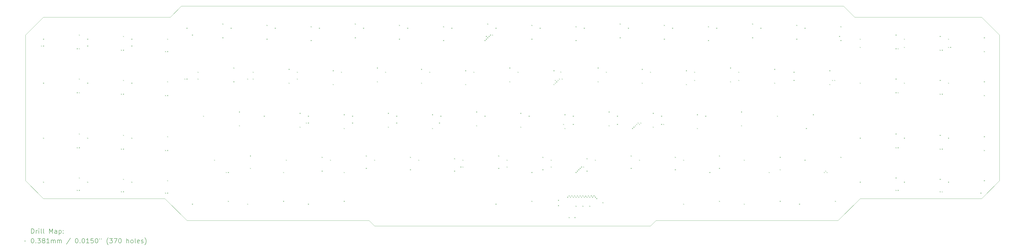
<source format=gbr>
%TF.GenerationSoftware,KiCad,Pcbnew,7.0.9*%
%TF.CreationDate,2024-01-24T13:13:18+00:00*%
%TF.ProjectId,keybird42,6b657962-6972-4643-9432-2e6b69636164,2*%
%TF.SameCoordinates,Original*%
%TF.FileFunction,Drillmap*%
%TF.FilePolarity,Positive*%
%FSLAX45Y45*%
G04 Gerber Fmt 4.5, Leading zero omitted, Abs format (unit mm)*
G04 Created by KiCad (PCBNEW 7.0.9) date 2024-01-24 13:13:18*
%MOMM*%
%LPD*%
G01*
G04 APERTURE LIST*
%ADD10C,0.100000*%
%ADD11C,0.200000*%
G04 APERTURE END LIST*
D10*
X43100661Y-2381252D02*
X37623750Y-2381250D01*
X28813149Y-11430010D02*
X29051274Y-11191884D01*
X43100661Y-10239384D02*
X43874568Y-9465477D01*
X43874568Y-9465477D02*
X43874568Y-3155159D01*
X2619377Y-2381252D02*
X1845470Y-3155159D01*
X37147500Y-1905000D02*
X8572500Y-1905000D01*
X29051274Y-11191884D02*
X36909374Y-11191876D01*
X7858125Y-10239384D02*
X8810626Y-11191884D01*
X8096250Y-2381250D02*
X2619377Y-2381252D01*
X37623750Y-2381250D02*
X37147500Y-1905000D01*
X16906894Y-11430010D02*
X28813149Y-11430010D01*
X37861875Y-10239375D02*
X43100661Y-10239384D01*
X2619377Y-10239384D02*
X7858125Y-10239384D01*
X36909374Y-11191876D02*
X37861875Y-10239375D01*
X43100661Y-2381252D02*
X43874568Y-3155159D01*
X8572500Y-1905000D02*
X8096250Y-2381250D01*
X2619377Y-10239384D02*
X1845470Y-9465477D01*
X1845470Y-3155159D02*
X1845470Y-9465477D01*
X8810626Y-11191884D02*
X16668764Y-11191875D01*
X16668759Y-11191875D02*
X16906894Y-11430010D01*
D11*
D10*
X2511026Y-3612359D02*
X2549126Y-3650459D01*
X2549126Y-3612359D02*
X2511026Y-3650459D01*
X2600327Y-3314703D02*
X2638427Y-3352803D01*
X2638427Y-3314703D02*
X2600327Y-3352803D01*
X2600327Y-3612359D02*
X2638427Y-3650459D01*
X2638427Y-3612359D02*
X2600327Y-3650459D01*
X2600327Y-5219704D02*
X2638427Y-5257804D01*
X2638427Y-5219704D02*
X2600327Y-5257804D01*
X2600327Y-7600956D02*
X2638427Y-7639056D01*
X2638427Y-7600956D02*
X2600327Y-7639056D01*
X2600327Y-9505958D02*
X2638427Y-9544058D01*
X2638427Y-9505958D02*
X2600327Y-9544058D01*
X4058837Y-3731416D02*
X4096937Y-3769516D01*
X4096937Y-3731416D02*
X4058837Y-3769516D01*
X4058837Y-5636423D02*
X4096937Y-5674523D01*
X4096937Y-5636423D02*
X4058837Y-5674523D01*
X4058837Y-8017662D02*
X4096937Y-8055762D01*
X4096937Y-8017662D02*
X4058837Y-8055762D01*
X4058837Y-9863129D02*
X4096937Y-9901229D01*
X4096937Y-9863129D02*
X4058837Y-9901229D01*
X4148141Y-3136109D02*
X4186241Y-3174209D01*
X4186241Y-3136109D02*
X4148141Y-3174209D01*
X4148141Y-3731422D02*
X4186241Y-3769522D01*
X4186241Y-3731422D02*
X4148141Y-3769522D01*
X4148141Y-5041111D02*
X4186241Y-5079211D01*
X4186241Y-5041111D02*
X4148141Y-5079211D01*
X4148141Y-5636423D02*
X4186241Y-5674523D01*
X4186241Y-5636423D02*
X4148141Y-5674523D01*
X4148141Y-7422362D02*
X4186241Y-7460462D01*
X4186241Y-7422362D02*
X4148141Y-7460462D01*
X4148141Y-8017675D02*
X4186241Y-8055775D01*
X4186241Y-8017675D02*
X4148141Y-8055775D01*
X4148141Y-9327364D02*
X4186241Y-9365464D01*
X4186241Y-9327364D02*
X4148141Y-9365464D01*
X4148141Y-9863146D02*
X4186241Y-9901246D01*
X4186241Y-9863146D02*
X4148141Y-9901246D01*
X4505329Y-3314703D02*
X4543429Y-3352803D01*
X4543429Y-3314703D02*
X4505329Y-3352803D01*
X4505329Y-3612359D02*
X4543429Y-3650459D01*
X4543429Y-3612359D02*
X4505329Y-3650459D01*
X4505329Y-5219704D02*
X4543429Y-5257804D01*
X4543429Y-5219704D02*
X4505329Y-5257804D01*
X4505329Y-7600956D02*
X4543429Y-7639056D01*
X4543429Y-7600956D02*
X4505329Y-7639056D01*
X4505329Y-9505958D02*
X4543429Y-9544058D01*
X4543429Y-9505958D02*
X4505329Y-9544058D01*
X5963836Y-3790953D02*
X6001936Y-3829053D01*
X6001936Y-3790953D02*
X5963836Y-3829053D01*
X5963836Y-5695955D02*
X6001936Y-5734055D01*
X6001936Y-5695955D02*
X5963836Y-5734055D01*
X5963836Y-8077193D02*
X6001936Y-8115293D01*
X6001936Y-8077193D02*
X5963836Y-8115293D01*
X5963836Y-9922677D02*
X6001936Y-9960777D01*
X6001936Y-9922677D02*
X5963836Y-9960777D01*
X6053143Y-3195640D02*
X6091243Y-3233740D01*
X6091243Y-3195640D02*
X6053143Y-3233740D01*
X6053143Y-3790953D02*
X6091243Y-3829053D01*
X6091243Y-3790953D02*
X6053143Y-3829053D01*
X6053143Y-5100642D02*
X6091243Y-5138742D01*
X6091243Y-5100642D02*
X6053143Y-5138742D01*
X6053143Y-5695955D02*
X6091243Y-5734055D01*
X6091243Y-5695955D02*
X6053143Y-5734055D01*
X6053143Y-7481894D02*
X6091243Y-7519994D01*
X6091243Y-7481894D02*
X6053143Y-7519994D01*
X6053143Y-8077207D02*
X6091243Y-8115307D01*
X6091243Y-8077207D02*
X6053143Y-8115307D01*
X6053143Y-9386895D02*
X6091243Y-9424995D01*
X6091243Y-9386895D02*
X6053143Y-9424995D01*
X6053143Y-9922677D02*
X6091243Y-9960777D01*
X6091243Y-9922677D02*
X6053143Y-9960777D01*
X6410330Y-3314703D02*
X6448430Y-3352803D01*
X6448430Y-3314703D02*
X6410330Y-3352803D01*
X6410330Y-3612359D02*
X6448430Y-3650459D01*
X6448430Y-3612359D02*
X6410330Y-3650459D01*
X6410330Y-5219704D02*
X6448430Y-5257804D01*
X6448430Y-5219704D02*
X6410330Y-5257804D01*
X6410330Y-7600956D02*
X6448430Y-7639056D01*
X6448430Y-7600956D02*
X6410330Y-7639056D01*
X6410330Y-9505958D02*
X6448430Y-9544058D01*
X6448430Y-9505958D02*
X6410330Y-9544058D01*
X7868834Y-3850484D02*
X7906934Y-3888584D01*
X7906934Y-3850484D02*
X7868834Y-3888584D01*
X7868834Y-5755486D02*
X7906934Y-5793586D01*
X7906934Y-5755486D02*
X7868834Y-5793586D01*
X7868834Y-8136738D02*
X7906934Y-8174838D01*
X7906934Y-8136738D02*
X7868834Y-8174838D01*
X7868834Y-9982192D02*
X7906934Y-10020292D01*
X7906934Y-9982192D02*
X7868834Y-10020292D01*
X7958137Y-5160173D02*
X7996237Y-5198273D01*
X7996237Y-5160173D02*
X7958137Y-5198273D01*
X7958144Y-3314703D02*
X7996244Y-3352803D01*
X7996244Y-3314703D02*
X7958144Y-3352803D01*
X7958144Y-3850484D02*
X7996244Y-3888584D01*
X7996244Y-3850484D02*
X7958144Y-3888584D01*
X7958144Y-5755486D02*
X7996244Y-5793586D01*
X7996244Y-5755486D02*
X7958144Y-5793586D01*
X7958144Y-7541425D02*
X7996244Y-7579525D01*
X7996244Y-7541425D02*
X7958144Y-7579525D01*
X7958144Y-8136738D02*
X7996244Y-8174838D01*
X7996244Y-8136738D02*
X7958144Y-8174838D01*
X7958144Y-9446427D02*
X7996244Y-9484527D01*
X7996244Y-9446427D02*
X7958144Y-9484527D01*
X7958144Y-9982208D02*
X7996244Y-10020308D01*
X7996244Y-9982208D02*
X7958144Y-10020308D01*
X8702271Y-5041102D02*
X8740371Y-5079202D01*
X8740371Y-5041102D02*
X8702271Y-5079202D01*
X8791582Y-2838452D02*
X8829682Y-2876552D01*
X8829682Y-2838452D02*
X8791582Y-2876552D01*
X8791582Y-5041111D02*
X8829682Y-5079211D01*
X8829682Y-5041111D02*
X8791582Y-5079211D01*
X9029708Y-3136109D02*
X9067808Y-3174209D01*
X9067808Y-3136109D02*
X9029708Y-3174209D01*
X9029708Y-10458459D02*
X9067808Y-10496559D01*
X9067808Y-10458459D02*
X9029708Y-10496559D01*
X9267833Y-4743454D02*
X9305933Y-4781554D01*
X9305933Y-4743454D02*
X9267833Y-4781554D01*
X9267833Y-5041111D02*
X9305933Y-5079211D01*
X9305933Y-5041111D02*
X9267833Y-5079211D01*
X9505958Y-6648456D02*
X9544058Y-6686556D01*
X9544058Y-6648456D02*
X9505958Y-6686556D01*
X9982208Y-8553457D02*
X10020308Y-8591557D01*
X10020308Y-8553457D02*
X9982208Y-8591557D01*
X10339396Y-2659859D02*
X10377496Y-2697959D01*
X10377496Y-2659859D02*
X10339396Y-2697959D01*
X10339396Y-3255171D02*
X10377496Y-3293271D01*
X10377496Y-3255171D02*
X10339396Y-3293271D01*
X10488207Y-9089224D02*
X10526307Y-9127324D01*
X10526307Y-9089224D02*
X10488207Y-9127324D01*
X10577521Y-9089239D02*
X10615621Y-9127339D01*
X10615621Y-9089239D02*
X10577521Y-9127339D01*
X10577521Y-10339396D02*
X10615621Y-10377496D01*
X10615621Y-10339396D02*
X10577521Y-10377496D01*
X10696584Y-2838452D02*
X10734684Y-2876552D01*
X10734684Y-2838452D02*
X10696584Y-2876552D01*
X10815647Y-4564860D02*
X10853747Y-4602960D01*
X10853747Y-4564860D02*
X10815647Y-4602960D01*
X10815647Y-5160173D02*
X10853747Y-5198273D01*
X10853747Y-5160173D02*
X10815647Y-5198273D01*
X11053772Y-6469862D02*
X11091872Y-6507962D01*
X11091872Y-6469862D02*
X11053772Y-6507962D01*
X11053772Y-7065175D02*
X11091872Y-7103275D01*
X11091872Y-7065175D02*
X11053772Y-7103275D01*
X11410960Y-5041111D02*
X11449060Y-5079211D01*
X11449060Y-5041111D02*
X11410960Y-5079211D01*
X11410960Y-10458459D02*
X11449060Y-10496559D01*
X11449060Y-10458459D02*
X11410960Y-10496559D01*
X11530022Y-8374863D02*
X11568122Y-8412963D01*
X11568122Y-8374863D02*
X11530022Y-8412963D01*
X11530022Y-8910645D02*
X11568122Y-8948745D01*
X11568122Y-8910645D02*
X11530022Y-8948745D01*
X11649085Y-4743454D02*
X11687185Y-4781554D01*
X11687185Y-4743454D02*
X11649085Y-4781554D01*
X11649085Y-5041111D02*
X11687185Y-5079211D01*
X11687185Y-5041111D02*
X11649085Y-5079211D01*
X12125335Y-6648456D02*
X12163435Y-6686556D01*
X12163435Y-6648456D02*
X12125335Y-6686556D01*
X12244398Y-2719390D02*
X12282498Y-2757490D01*
X12282498Y-2719390D02*
X12244398Y-2757490D01*
X12244398Y-3314703D02*
X12282498Y-3352803D01*
X12282498Y-3314703D02*
X12244398Y-3352803D01*
X12601586Y-2838452D02*
X12639686Y-2876552D01*
X12639686Y-2838452D02*
X12601586Y-2876552D01*
X12958773Y-9089239D02*
X12996873Y-9127339D01*
X12996873Y-9089239D02*
X12958773Y-9127339D01*
X12958773Y-10339396D02*
X12996873Y-10377496D01*
X12996873Y-10339396D02*
X12958773Y-10377496D01*
X13077836Y-8553457D02*
X13115936Y-8591557D01*
X13115936Y-8553457D02*
X13077836Y-8591557D01*
X13196899Y-4624391D02*
X13234999Y-4662491D01*
X13234999Y-4624391D02*
X13196899Y-4662491D01*
X13196899Y-5219704D02*
X13234999Y-5257804D01*
X13234999Y-5219704D02*
X13196899Y-5257804D01*
X13554086Y-4743454D02*
X13592186Y-4781554D01*
X13592186Y-4743454D02*
X13554086Y-4781554D01*
X13554086Y-5041111D02*
X13592186Y-5079211D01*
X13592186Y-5041111D02*
X13554086Y-5079211D01*
X13673149Y-6529393D02*
X13711249Y-6567493D01*
X13711249Y-6529393D02*
X13673149Y-6567493D01*
X13673149Y-7124706D02*
X13711249Y-7162806D01*
X13711249Y-7124706D02*
X13673149Y-7162806D01*
X13941016Y-6946100D02*
X13979116Y-6984200D01*
X13979116Y-6946100D02*
X13941016Y-6984200D01*
X14030337Y-6648456D02*
X14068437Y-6686556D01*
X14068437Y-6648456D02*
X14030337Y-6686556D01*
X14030337Y-6946112D02*
X14068437Y-6984212D01*
X14068437Y-6946112D02*
X14030337Y-6984212D01*
X14030337Y-10458459D02*
X14068437Y-10496559D01*
X14068437Y-10458459D02*
X14030337Y-10496559D01*
X14149399Y-2778921D02*
X14187499Y-2817021D01*
X14187499Y-2778921D02*
X14149399Y-2817021D01*
X14149399Y-3374234D02*
X14187499Y-3412334D01*
X14187499Y-3374234D02*
X14149399Y-3412334D01*
X14506587Y-2838452D02*
X14544687Y-2876552D01*
X14544687Y-2838452D02*
X14506587Y-2876552D01*
X14625650Y-8434395D02*
X14663750Y-8472495D01*
X14663750Y-8434395D02*
X14625650Y-8472495D01*
X14625650Y-9029708D02*
X14663750Y-9067808D01*
X14663750Y-9029708D02*
X14625650Y-9067808D01*
X14982838Y-8553457D02*
X15020938Y-8591557D01*
X15020938Y-8553457D02*
X14982838Y-8591557D01*
X15101900Y-4683923D02*
X15140000Y-4722023D01*
X15140000Y-4683923D02*
X15101900Y-4722023D01*
X15101900Y-5279236D02*
X15140000Y-5317336D01*
X15140000Y-5279236D02*
X15101900Y-5317336D01*
X15459088Y-4743454D02*
X15497188Y-4781554D01*
X15497188Y-4743454D02*
X15459088Y-4781554D01*
X15578151Y-6588924D02*
X15616251Y-6627024D01*
X15616251Y-6588924D02*
X15578151Y-6627024D01*
X15578151Y-7184237D02*
X15616251Y-7222337D01*
X15616251Y-7184237D02*
X15578151Y-7222337D01*
X15578151Y-9089239D02*
X15616251Y-9127339D01*
X15616251Y-9089239D02*
X15578151Y-9127339D01*
X15578151Y-10339396D02*
X15616251Y-10377496D01*
X15616251Y-10339396D02*
X15578151Y-10377496D01*
X15935338Y-6648456D02*
X15973438Y-6686556D01*
X15973438Y-6648456D02*
X15935338Y-6686556D01*
X15935338Y-6946112D02*
X15973438Y-6984212D01*
X15973438Y-6946112D02*
X15935338Y-6984212D01*
X16054401Y-2659859D02*
X16092501Y-2697959D01*
X16092501Y-2659859D02*
X16054401Y-2697959D01*
X16054401Y-3255171D02*
X16092501Y-3293271D01*
X16092501Y-3255171D02*
X16054401Y-3293271D01*
X16411589Y-2838452D02*
X16449689Y-2876552D01*
X16449689Y-2838452D02*
X16411589Y-2876552D01*
X16530651Y-8374863D02*
X16568751Y-8412963D01*
X16568751Y-8374863D02*
X16530651Y-8412963D01*
X16530651Y-8910645D02*
X16568751Y-8948745D01*
X16568751Y-8910645D02*
X16530651Y-8948745D01*
X16887839Y-8553457D02*
X16925939Y-8591557D01*
X16925939Y-8553457D02*
X16887839Y-8591557D01*
X17006902Y-4564860D02*
X17045002Y-4602960D01*
X17045002Y-4564860D02*
X17006902Y-4602960D01*
X17006902Y-5160173D02*
X17045002Y-5198273D01*
X17045002Y-5160173D02*
X17006902Y-5198273D01*
X17364090Y-4743454D02*
X17402190Y-4781554D01*
X17402190Y-4743454D02*
X17364090Y-4781554D01*
X17483152Y-6529393D02*
X17521252Y-6567493D01*
X17521252Y-6529393D02*
X17483152Y-6567493D01*
X17483152Y-7124706D02*
X17521252Y-7162806D01*
X17521252Y-7124706D02*
X17483152Y-7162806D01*
X17840340Y-6648456D02*
X17878440Y-6686556D01*
X17878440Y-6648456D02*
X17840340Y-6686556D01*
X17840340Y-6946112D02*
X17878440Y-6984212D01*
X17878440Y-6946112D02*
X17840340Y-6984212D01*
X17959403Y-2719390D02*
X17997503Y-2757490D01*
X17997503Y-2719390D02*
X17959403Y-2757490D01*
X17959403Y-3314703D02*
X17997503Y-3352803D01*
X17997503Y-3314703D02*
X17959403Y-3352803D01*
X18316590Y-2838452D02*
X18354690Y-2876552D01*
X18354690Y-2838452D02*
X18316590Y-2876552D01*
X18435653Y-8434395D02*
X18473753Y-8472495D01*
X18473753Y-8434395D02*
X18435653Y-8472495D01*
X18435653Y-8970176D02*
X18473753Y-9008276D01*
X18473753Y-8970176D02*
X18435653Y-9008276D01*
X18792841Y-8553457D02*
X18830941Y-8591557D01*
X18830941Y-8553457D02*
X18792841Y-8591557D01*
X18911903Y-4624391D02*
X18950003Y-4662491D01*
X18950003Y-4624391D02*
X18911903Y-4662491D01*
X18911903Y-5219704D02*
X18950003Y-5257804D01*
X18950003Y-5219704D02*
X18911903Y-5257804D01*
X19269091Y-4743454D02*
X19307191Y-4781554D01*
X19307191Y-4743454D02*
X19269091Y-4781554D01*
X19388154Y-6588924D02*
X19426254Y-6627024D01*
X19426254Y-6588924D02*
X19388154Y-6627024D01*
X19388154Y-7184237D02*
X19426254Y-7222337D01*
X19426254Y-7184237D02*
X19388154Y-7222337D01*
X19685810Y-6946112D02*
X19723910Y-6984212D01*
X19723910Y-6946112D02*
X19685810Y-6984212D01*
X19745342Y-6648456D02*
X19783442Y-6686556D01*
X19783442Y-6648456D02*
X19745342Y-6686556D01*
X19864404Y-2778921D02*
X19902504Y-2817021D01*
X19902504Y-2778921D02*
X19864404Y-2817021D01*
X19864404Y-3374234D02*
X19902504Y-3412334D01*
X19902504Y-3374234D02*
X19864404Y-3412334D01*
X20221592Y-2838452D02*
X20259692Y-2876552D01*
X20259692Y-2838452D02*
X20221592Y-2876552D01*
X20340655Y-8493926D02*
X20378755Y-8532026D01*
X20378755Y-8493926D02*
X20340655Y-8532026D01*
X20340655Y-9029708D02*
X20378755Y-9067808D01*
X20378755Y-9029708D02*
X20340655Y-9067808D01*
X20608511Y-8851099D02*
X20646611Y-8889199D01*
X20646611Y-8851099D02*
X20608511Y-8889199D01*
X20697842Y-8553457D02*
X20735942Y-8591557D01*
X20735942Y-8553457D02*
X20697842Y-8591557D01*
X20697842Y-8851114D02*
X20735942Y-8889214D01*
X20735942Y-8851114D02*
X20697842Y-8889214D01*
X20816905Y-4683923D02*
X20855005Y-4722023D01*
X20855005Y-4683923D02*
X20816905Y-4722023D01*
X20816905Y-5279236D02*
X20855005Y-5317336D01*
X20855005Y-5279236D02*
X20816905Y-5317336D01*
X21174093Y-4743454D02*
X21212193Y-4781554D01*
X21212193Y-4743454D02*
X21174093Y-4781554D01*
X21293155Y-6469862D02*
X21331255Y-6507962D01*
X21331255Y-6469862D02*
X21293155Y-6507962D01*
X21293155Y-7065175D02*
X21331255Y-7103275D01*
X21331255Y-7065175D02*
X21293155Y-7103275D01*
X21650343Y-3374234D02*
X21688443Y-3412334D01*
X21688443Y-3374234D02*
X21650343Y-3412334D01*
X21650343Y-6648456D02*
X21688443Y-6686556D01*
X21688443Y-6648456D02*
X21650343Y-6686556D01*
X21709838Y-3195635D02*
X21747938Y-3233735D01*
X21747938Y-3195635D02*
X21709838Y-3233735D01*
X21709875Y-3314703D02*
X21747975Y-3352803D01*
X21747975Y-3314703D02*
X21709875Y-3352803D01*
X21769406Y-2659859D02*
X21807506Y-2697959D01*
X21807506Y-2659859D02*
X21769406Y-2697959D01*
X21769406Y-3255171D02*
X21807506Y-3293271D01*
X21807506Y-3255171D02*
X21769406Y-3293271D01*
X21828937Y-3195640D02*
X21867037Y-3233740D01*
X21867037Y-3195640D02*
X21828937Y-3233740D01*
X21888468Y-3136109D02*
X21926568Y-3174209D01*
X21926568Y-3136109D02*
X21888468Y-3174209D01*
X21977728Y-3136104D02*
X22015828Y-3174204D01*
X22015828Y-3136104D02*
X21977728Y-3174204D01*
X22126594Y-2838452D02*
X22164694Y-2876552D01*
X22164694Y-2838452D02*
X22126594Y-2876552D01*
X22126594Y-10458459D02*
X22164694Y-10496559D01*
X22164694Y-10458459D02*
X22126594Y-10496559D01*
X22245656Y-8374863D02*
X22283756Y-8412963D01*
X22283756Y-8374863D02*
X22245656Y-8412963D01*
X22245656Y-8910645D02*
X22283756Y-8948745D01*
X22283756Y-8910645D02*
X22245656Y-8948745D01*
X22602844Y-8553457D02*
X22640944Y-8591557D01*
X22640944Y-8553457D02*
X22602844Y-8591557D01*
X22602844Y-8851114D02*
X22640944Y-8889214D01*
X22640944Y-8851114D02*
X22602844Y-8889214D01*
X22721907Y-4564860D02*
X22760007Y-4602960D01*
X22760007Y-4564860D02*
X22721907Y-4602960D01*
X22721907Y-5160173D02*
X22760007Y-5198273D01*
X22760007Y-5160173D02*
X22721907Y-5198273D01*
X23079094Y-4743454D02*
X23117194Y-4781554D01*
X23117194Y-4743454D02*
X23079094Y-4781554D01*
X23198157Y-6529393D02*
X23236257Y-6567493D01*
X23236257Y-6529393D02*
X23198157Y-6567493D01*
X23198157Y-7124706D02*
X23236257Y-7162806D01*
X23236257Y-7124706D02*
X23198157Y-7162806D01*
X23555345Y-6648456D02*
X23593445Y-6686556D01*
X23593445Y-6648456D02*
X23555345Y-6686556D01*
X23674407Y-2719390D02*
X23712507Y-2757490D01*
X23712507Y-2719390D02*
X23674407Y-2757490D01*
X23674407Y-3314703D02*
X23712507Y-3352803D01*
X23712507Y-3314703D02*
X23674407Y-3352803D01*
X23674407Y-9089239D02*
X23712507Y-9127339D01*
X23712507Y-9089239D02*
X23674407Y-9127339D01*
X23674407Y-10339396D02*
X23712507Y-10377496D01*
X23712507Y-10339396D02*
X23674407Y-10377496D01*
X24031595Y-2838452D02*
X24069695Y-2876552D01*
X24069695Y-2838452D02*
X24031595Y-2876552D01*
X24150658Y-8434395D02*
X24188758Y-8472495D01*
X24188758Y-8434395D02*
X24150658Y-8472495D01*
X24150658Y-8970176D02*
X24188758Y-9008276D01*
X24188758Y-8970176D02*
X24150658Y-9008276D01*
X24507846Y-8553457D02*
X24545946Y-8591557D01*
X24545946Y-8553457D02*
X24507846Y-8591557D01*
X24507846Y-8851114D02*
X24545946Y-8889214D01*
X24545946Y-8851114D02*
X24507846Y-8889214D01*
X24626908Y-4683923D02*
X24665008Y-4722023D01*
X24665008Y-4683923D02*
X24626908Y-4722023D01*
X24626908Y-5279236D02*
X24665008Y-5317336D01*
X24665008Y-5279236D02*
X24626908Y-5317336D01*
X24686439Y-5100642D02*
X24724539Y-5138742D01*
X24724539Y-5100642D02*
X24686439Y-5138742D01*
X24686439Y-5219704D02*
X24724539Y-5257804D01*
X24724539Y-5219704D02*
X24686439Y-5257804D01*
X24745971Y-5162604D02*
X24784071Y-5200704D01*
X24784071Y-5162604D02*
X24745971Y-5200704D01*
X24805502Y-5100642D02*
X24843602Y-5138742D01*
X24843602Y-5100642D02*
X24805502Y-5138742D01*
X24822150Y-10293350D02*
X24860250Y-10331450D01*
X24860250Y-10293350D02*
X24822150Y-10331450D01*
X24822150Y-10521950D02*
X24860250Y-10560050D01*
X24860250Y-10521950D02*
X24822150Y-10560050D01*
X24865033Y-5041111D02*
X24903133Y-5079211D01*
X24903133Y-5041111D02*
X24865033Y-5079211D01*
X24924565Y-4736452D02*
X24962665Y-4774552D01*
X24962665Y-4736452D02*
X24924565Y-4774552D01*
X24984096Y-5041111D02*
X25022196Y-5079211D01*
X25022196Y-5041111D02*
X24984096Y-5079211D01*
X25043585Y-7005632D02*
X25081685Y-7043732D01*
X25081685Y-7005632D02*
X25043585Y-7043732D01*
X25103159Y-6588924D02*
X25141259Y-6627024D01*
X25141259Y-6588924D02*
X25103159Y-6627024D01*
X25103159Y-7184237D02*
X25141259Y-7222337D01*
X25141259Y-7184237D02*
X25103159Y-7222337D01*
X25222179Y-10160785D02*
X25260279Y-10198885D01*
X25260279Y-10160785D02*
X25222179Y-10198885D01*
X25281710Y-11038887D02*
X25319810Y-11076987D01*
X25319810Y-11038887D02*
X25281710Y-11076987D01*
X25281752Y-10101271D02*
X25319852Y-10139371D01*
X25319852Y-10101271D02*
X25281752Y-10139371D01*
X25341284Y-10160802D02*
X25379384Y-10198902D01*
X25379384Y-10160802D02*
X25341284Y-10198902D01*
X25400815Y-10101271D02*
X25438915Y-10139371D01*
X25438915Y-10101271D02*
X25400815Y-10139371D01*
X25460304Y-7005632D02*
X25498404Y-7043732D01*
X25498404Y-7005632D02*
X25460304Y-7043732D01*
X25460346Y-6648456D02*
X25498446Y-6686556D01*
X25498446Y-6648456D02*
X25460346Y-6686556D01*
X25460346Y-10160802D02*
X25498446Y-10198902D01*
X25498446Y-10160802D02*
X25460346Y-10198902D01*
X25519878Y-10101271D02*
X25557978Y-10139371D01*
X25557978Y-10101271D02*
X25519878Y-10139371D01*
X25534718Y-11038887D02*
X25572818Y-11076987D01*
X25572818Y-11038887D02*
X25534718Y-11076987D01*
X25579366Y-10547738D02*
X25617466Y-10585838D01*
X25617466Y-10547738D02*
X25579366Y-10585838D01*
X25579409Y-2778921D02*
X25617509Y-2817021D01*
X25617509Y-2778921D02*
X25579409Y-2817021D01*
X25579409Y-3374234D02*
X25617509Y-3412334D01*
X25617509Y-3374234D02*
X25579409Y-3412334D01*
X25579409Y-9089239D02*
X25617509Y-9127339D01*
X25617509Y-9089239D02*
X25579409Y-9127339D01*
X25579409Y-10160802D02*
X25617509Y-10198902D01*
X25617509Y-10160802D02*
X25579409Y-10198902D01*
X25638940Y-9029708D02*
X25677040Y-9067808D01*
X25677040Y-9029708D02*
X25638940Y-9067808D01*
X25638940Y-10101271D02*
X25677040Y-10139371D01*
X25677040Y-10101271D02*
X25638940Y-10139371D01*
X25698471Y-8970176D02*
X25736571Y-9008276D01*
X25736571Y-8970176D02*
X25698471Y-9008276D01*
X25698472Y-10160802D02*
X25736572Y-10198902D01*
X25736572Y-10160802D02*
X25698472Y-10198902D01*
X25758003Y-8910645D02*
X25796103Y-8948745D01*
X25796103Y-8910645D02*
X25758003Y-8948745D01*
X25758003Y-10101271D02*
X25796103Y-10139371D01*
X25796103Y-10101271D02*
X25758003Y-10139371D01*
X25817534Y-8851114D02*
X25855634Y-8889214D01*
X25855634Y-8851114D02*
X25817534Y-8889214D01*
X25817534Y-10160802D02*
X25855634Y-10198902D01*
X25855634Y-10160802D02*
X25817534Y-10198902D01*
X25877022Y-10547738D02*
X25915122Y-10585838D01*
X25915122Y-10547738D02*
X25877022Y-10585838D01*
X25877065Y-10101271D02*
X25915165Y-10139371D01*
X25915165Y-10101271D02*
X25877065Y-10139371D01*
X25906831Y-8851099D02*
X25944931Y-8889199D01*
X25944931Y-8851099D02*
X25906831Y-8889199D01*
X25936400Y-10160964D02*
X25974500Y-10199064D01*
X25974500Y-10160964D02*
X25936400Y-10199064D01*
X25936597Y-2838452D02*
X25974697Y-2876552D01*
X25974697Y-2838452D02*
X25936597Y-2876552D01*
X25995147Y-10112511D02*
X26033247Y-10150611D01*
X26033247Y-10112511D02*
X25995147Y-10150611D01*
X26055659Y-8493926D02*
X26093759Y-8532026D01*
X26093759Y-8493926D02*
X26055659Y-8532026D01*
X26055659Y-9029708D02*
X26093759Y-9067808D01*
X26093759Y-9029708D02*
X26055659Y-9067808D01*
X26055659Y-10160802D02*
X26093759Y-10198902D01*
X26093759Y-10160802D02*
X26055659Y-10198902D01*
X26115191Y-10101271D02*
X26153291Y-10139371D01*
X26153291Y-10101271D02*
X26115191Y-10139371D01*
X26174678Y-10547738D02*
X26212778Y-10585838D01*
X26212778Y-10547738D02*
X26174678Y-10585838D01*
X26174722Y-10160802D02*
X26212822Y-10198902D01*
X26212822Y-10160802D02*
X26174722Y-10198902D01*
X26234253Y-10101271D02*
X26272353Y-10139371D01*
X26272353Y-10101271D02*
X26234253Y-10139371D01*
X26293785Y-10160802D02*
X26331885Y-10198902D01*
X26331885Y-10160802D02*
X26293785Y-10198902D01*
X26353316Y-10101271D02*
X26391416Y-10139371D01*
X26391416Y-10101271D02*
X26353316Y-10139371D01*
X26412847Y-8553457D02*
X26450947Y-8591557D01*
X26450947Y-8553457D02*
X26412847Y-8591557D01*
X26412847Y-10160802D02*
X26450947Y-10198902D01*
X26450947Y-10160802D02*
X26412847Y-10198902D01*
X26472378Y-10220334D02*
X26510478Y-10258434D01*
X26510478Y-10220334D02*
X26472378Y-10258434D01*
X26531910Y-4564860D02*
X26570010Y-4602960D01*
X26570010Y-4564860D02*
X26531910Y-4602960D01*
X26531910Y-5160173D02*
X26570010Y-5198273D01*
X26570010Y-5160173D02*
X26531910Y-5198273D01*
X26740224Y-10398927D02*
X26778324Y-10437027D01*
X26778324Y-10398927D02*
X26740224Y-10437027D01*
X26889098Y-4743454D02*
X26927198Y-4781554D01*
X26927198Y-4743454D02*
X26889098Y-4781554D01*
X27008160Y-6469862D02*
X27046260Y-6507962D01*
X27046260Y-6469862D02*
X27008160Y-6507962D01*
X27008160Y-7065175D02*
X27046260Y-7103275D01*
X27046260Y-7065175D02*
X27008160Y-7103275D01*
X27365348Y-6648456D02*
X27403448Y-6686556D01*
X27403448Y-6648456D02*
X27365348Y-6686556D01*
X27365348Y-7005643D02*
X27403448Y-7043743D01*
X27403448Y-7005643D02*
X27365348Y-7043743D01*
X27484411Y-2659859D02*
X27522511Y-2697959D01*
X27522511Y-2659859D02*
X27484411Y-2697959D01*
X27484411Y-3255171D02*
X27522511Y-3293271D01*
X27522511Y-3255171D02*
X27484411Y-3293271D01*
X27841598Y-2838452D02*
X27879698Y-2876552D01*
X27879698Y-2838452D02*
X27841598Y-2876552D01*
X27960661Y-8374863D02*
X27998761Y-8412963D01*
X27998761Y-8374863D02*
X27960661Y-8412963D01*
X27960661Y-8910645D02*
X27998761Y-8948745D01*
X27998761Y-8910645D02*
X27960661Y-8948745D01*
X28020192Y-7184237D02*
X28058292Y-7222337D01*
X28058292Y-7184237D02*
X28020192Y-7222337D01*
X28079724Y-7124706D02*
X28117824Y-7162806D01*
X28117824Y-7124706D02*
X28079724Y-7162806D01*
X28139255Y-7065175D02*
X28177355Y-7103275D01*
X28177355Y-7065175D02*
X28139255Y-7103275D01*
X28198786Y-7005643D02*
X28236886Y-7043743D01*
X28236886Y-7005643D02*
X28198786Y-7043743D01*
X28258317Y-6946112D02*
X28296417Y-6984212D01*
X28296417Y-6946112D02*
X28258317Y-6984212D01*
X28317849Y-7005643D02*
X28355949Y-7043743D01*
X28355949Y-7005643D02*
X28317849Y-7043743D01*
X28317849Y-8553457D02*
X28355949Y-8591557D01*
X28355949Y-8553457D02*
X28317849Y-8591557D01*
X28377380Y-6946112D02*
X28415480Y-6984212D01*
X28415480Y-6946112D02*
X28377380Y-6984212D01*
X28436911Y-4624391D02*
X28475011Y-4662491D01*
X28475011Y-4624391D02*
X28436911Y-4662491D01*
X28436911Y-5219704D02*
X28475011Y-5257804D01*
X28475011Y-5219704D02*
X28436911Y-5257804D01*
X28794099Y-4743454D02*
X28832199Y-4781554D01*
X28832199Y-4743454D02*
X28794099Y-4781554D01*
X28913162Y-6529393D02*
X28951262Y-6567493D01*
X28951262Y-6529393D02*
X28913162Y-6567493D01*
X28913162Y-7124706D02*
X28951262Y-7162806D01*
X28951262Y-7124706D02*
X28913162Y-7162806D01*
X29270350Y-6648456D02*
X29308450Y-6686556D01*
X29308450Y-6648456D02*
X29270350Y-6686556D01*
X29270350Y-7005643D02*
X29308450Y-7043743D01*
X29308450Y-7005643D02*
X29270350Y-7043743D01*
X29359597Y-7005632D02*
X29397697Y-7043732D01*
X29397697Y-7005632D02*
X29359597Y-7043732D01*
X29389412Y-2719390D02*
X29427512Y-2757490D01*
X29427512Y-2719390D02*
X29389412Y-2757490D01*
X29389412Y-3314703D02*
X29427512Y-3352803D01*
X29427512Y-3314703D02*
X29389412Y-3352803D01*
X29746600Y-2838452D02*
X29784700Y-2876552D01*
X29784700Y-2838452D02*
X29746600Y-2876552D01*
X29865663Y-8434395D02*
X29903763Y-8472495D01*
X29903763Y-8434395D02*
X29865663Y-8472495D01*
X29865663Y-8970176D02*
X29903763Y-9008276D01*
X29903763Y-8970176D02*
X29865663Y-9008276D01*
X30222850Y-8553457D02*
X30260950Y-8591557D01*
X30260950Y-8553457D02*
X30222850Y-8591557D01*
X30222850Y-10458459D02*
X30260950Y-10496559D01*
X30260950Y-10458459D02*
X30222850Y-10496559D01*
X30341913Y-4683923D02*
X30380013Y-4722023D01*
X30380013Y-4683923D02*
X30341913Y-4722023D01*
X30341913Y-5279236D02*
X30380013Y-5317336D01*
X30380013Y-5279236D02*
X30341913Y-5317336D01*
X30699101Y-4743454D02*
X30737201Y-4781554D01*
X30737201Y-4743454D02*
X30699101Y-4781554D01*
X30699101Y-5100642D02*
X30737201Y-5138742D01*
X30737201Y-5100642D02*
X30699101Y-5138742D01*
X30818163Y-6588924D02*
X30856263Y-6627024D01*
X30856263Y-6588924D02*
X30818163Y-6627024D01*
X30818163Y-7184237D02*
X30856263Y-7222337D01*
X30856263Y-7184237D02*
X30818163Y-7222337D01*
X31175351Y-6648456D02*
X31213451Y-6686556D01*
X31213451Y-6648456D02*
X31175351Y-6686556D01*
X31294414Y-2778921D02*
X31332514Y-2817021D01*
X31332514Y-2778921D02*
X31294414Y-2817021D01*
X31294414Y-3374234D02*
X31332514Y-3412334D01*
X31332514Y-3374234D02*
X31294414Y-3412334D01*
X31353945Y-9089239D02*
X31392045Y-9127339D01*
X31392045Y-9089239D02*
X31353945Y-9127339D01*
X31651602Y-2838452D02*
X31689702Y-2876552D01*
X31689702Y-2838452D02*
X31651602Y-2876552D01*
X31770664Y-8374863D02*
X31808764Y-8412963D01*
X31808764Y-8374863D02*
X31770664Y-8412963D01*
X31770664Y-8910645D02*
X31808764Y-8948745D01*
X31808764Y-8910645D02*
X31770664Y-8948745D01*
X31770664Y-10339396D02*
X31808764Y-10377496D01*
X31808764Y-10339396D02*
X31770664Y-10377496D01*
X32246915Y-4564860D02*
X32285015Y-4602960D01*
X32285015Y-4564860D02*
X32246915Y-4602960D01*
X32246915Y-5160173D02*
X32285015Y-5198273D01*
X32285015Y-5160173D02*
X32246915Y-5198273D01*
X32604102Y-4743454D02*
X32642202Y-4781554D01*
X32642202Y-4743454D02*
X32604102Y-4781554D01*
X32604102Y-5100642D02*
X32642202Y-5138742D01*
X32642202Y-5100642D02*
X32604102Y-5138742D01*
X32723165Y-6469862D02*
X32761265Y-6507962D01*
X32761265Y-6469862D02*
X32723165Y-6507962D01*
X32723165Y-7065175D02*
X32761265Y-7103275D01*
X32761265Y-7065175D02*
X32723165Y-7103275D01*
X32842228Y-8553457D02*
X32880328Y-8591557D01*
X32880328Y-8553457D02*
X32842228Y-8591557D01*
X32842228Y-10458459D02*
X32880328Y-10496559D01*
X32880328Y-10458459D02*
X32842228Y-10496559D01*
X33199415Y-2659859D02*
X33237515Y-2697959D01*
X33237515Y-2659859D02*
X33199415Y-2697959D01*
X33199415Y-3255171D02*
X33237515Y-3293271D01*
X33237515Y-3255171D02*
X33199415Y-3293271D01*
X33556603Y-2838452D02*
X33594703Y-2876552D01*
X33594703Y-2838452D02*
X33556603Y-2876552D01*
X33913791Y-9089239D02*
X33951891Y-9127339D01*
X33951891Y-9089239D02*
X33913791Y-9127339D01*
X34151916Y-4624391D02*
X34190016Y-4662491D01*
X34190016Y-4624391D02*
X34151916Y-4662491D01*
X34151916Y-5219704D02*
X34190016Y-5257804D01*
X34190016Y-5219704D02*
X34151916Y-5257804D01*
X34270979Y-6648456D02*
X34309079Y-6686556D01*
X34309079Y-6648456D02*
X34270979Y-6686556D01*
X34390041Y-8434395D02*
X34428141Y-8472495D01*
X34428141Y-8434395D02*
X34390041Y-8472495D01*
X34390041Y-8970176D02*
X34428141Y-9008276D01*
X34428141Y-8970176D02*
X34390041Y-9008276D01*
X34390041Y-10339396D02*
X34428141Y-10377496D01*
X34428141Y-10339396D02*
X34390041Y-10377496D01*
X34985354Y-4743454D02*
X35023454Y-4781554D01*
X35023454Y-4743454D02*
X34985354Y-4781554D01*
X34985354Y-5100642D02*
X35023454Y-5138742D01*
X35023454Y-5100642D02*
X34985354Y-5138742D01*
X35104417Y-2719390D02*
X35142517Y-2757490D01*
X35142517Y-2719390D02*
X35104417Y-2757490D01*
X35104417Y-3314703D02*
X35142517Y-3352803D01*
X35142517Y-3314703D02*
X35104417Y-3352803D01*
X35223480Y-10458459D02*
X35261580Y-10496559D01*
X35261580Y-10458459D02*
X35223480Y-10496559D01*
X35461605Y-2838452D02*
X35499705Y-2876552D01*
X35499705Y-2838452D02*
X35461605Y-2876552D01*
X35461605Y-8553457D02*
X35499705Y-8591557D01*
X35499705Y-8553457D02*
X35461605Y-8591557D01*
X35521136Y-7184237D02*
X35559236Y-7222337D01*
X35559236Y-7184237D02*
X35521136Y-7222337D01*
X35818793Y-6588924D02*
X35856893Y-6627024D01*
X35856893Y-6588924D02*
X35818793Y-6627024D01*
X36295043Y-9089239D02*
X36333143Y-9127339D01*
X36333143Y-9089239D02*
X36295043Y-9127339D01*
X36354574Y-9029708D02*
X36392674Y-9067808D01*
X36392674Y-9029708D02*
X36354574Y-9067808D01*
X36414106Y-9089239D02*
X36452206Y-9127339D01*
X36452206Y-9089239D02*
X36414106Y-9127339D01*
X36533168Y-4683923D02*
X36571268Y-4722023D01*
X36571268Y-4683923D02*
X36533168Y-4722023D01*
X36533168Y-5279236D02*
X36571268Y-5317336D01*
X36571268Y-5279236D02*
X36533168Y-5317336D01*
X36652231Y-5100642D02*
X36690331Y-5138742D01*
X36690331Y-5100642D02*
X36652231Y-5138742D01*
X36741528Y-5100642D02*
X36779628Y-5138742D01*
X36779628Y-5100642D02*
X36741528Y-5138742D01*
X36771293Y-10339396D02*
X36809393Y-10377496D01*
X36809393Y-10339396D02*
X36771293Y-10377496D01*
X36949887Y-3195640D02*
X36987987Y-3233740D01*
X36987987Y-3195640D02*
X36949887Y-3233740D01*
X37009419Y-2778921D02*
X37047519Y-2817021D01*
X37047519Y-2778921D02*
X37009419Y-2817021D01*
X37009419Y-3374234D02*
X37047519Y-3412334D01*
X37047519Y-3374234D02*
X37009419Y-3412334D01*
X37009419Y-8434395D02*
X37047519Y-8472495D01*
X37047519Y-8434395D02*
X37009419Y-8472495D01*
X37842857Y-3314703D02*
X37880957Y-3352803D01*
X37880957Y-3314703D02*
X37842857Y-3352803D01*
X37842857Y-3671891D02*
X37880957Y-3709991D01*
X37880957Y-3671891D02*
X37842857Y-3709991D01*
X37842857Y-5219704D02*
X37880957Y-5257804D01*
X37880957Y-5219704D02*
X37842857Y-5257804D01*
X37842857Y-7600956D02*
X37880957Y-7639056D01*
X37880957Y-7600956D02*
X37842857Y-7639056D01*
X37842857Y-9505958D02*
X37880957Y-9544058D01*
X37880957Y-9505958D02*
X37842857Y-9544058D01*
X39390671Y-3136109D02*
X39428771Y-3174209D01*
X39428771Y-3136109D02*
X39390671Y-3174209D01*
X39390671Y-3731422D02*
X39428771Y-3769522D01*
X39428771Y-3731422D02*
X39390671Y-3769522D01*
X39390671Y-5041111D02*
X39428771Y-5079211D01*
X39428771Y-5041111D02*
X39390671Y-5079211D01*
X39390671Y-5636423D02*
X39428771Y-5674523D01*
X39428771Y-5636423D02*
X39390671Y-5674523D01*
X39390671Y-7422362D02*
X39428771Y-7460462D01*
X39428771Y-7422362D02*
X39390671Y-7460462D01*
X39390671Y-8017675D02*
X39428771Y-8055775D01*
X39428771Y-8017675D02*
X39390671Y-8055775D01*
X39390671Y-9327364D02*
X39428771Y-9365464D01*
X39428771Y-9327364D02*
X39390671Y-9365464D01*
X39390671Y-9863146D02*
X39428771Y-9901246D01*
X39428771Y-9863146D02*
X39390671Y-9901246D01*
X39479901Y-3731416D02*
X39518001Y-3769516D01*
X39518001Y-3731416D02*
X39479901Y-3769516D01*
X39479901Y-5636414D02*
X39518001Y-5674514D01*
X39518001Y-5636414D02*
X39479901Y-5674514D01*
X39479901Y-8017662D02*
X39518001Y-8055762D01*
X39518001Y-8017662D02*
X39479901Y-8055762D01*
X39479901Y-9863146D02*
X39518001Y-9901246D01*
X39518001Y-9863146D02*
X39479901Y-9901246D01*
X39747858Y-3314703D02*
X39785958Y-3352803D01*
X39785958Y-3314703D02*
X39747858Y-3352803D01*
X39747858Y-3671891D02*
X39785958Y-3709991D01*
X39785958Y-3671891D02*
X39747858Y-3709991D01*
X39747858Y-5219704D02*
X39785958Y-5257804D01*
X39785958Y-5219704D02*
X39747858Y-5257804D01*
X39747858Y-7600956D02*
X39785958Y-7639056D01*
X39785958Y-7600956D02*
X39747858Y-7639056D01*
X39747858Y-9505958D02*
X39785958Y-9544058D01*
X39785958Y-9505958D02*
X39747858Y-9544058D01*
X41295672Y-3195640D02*
X41333772Y-3233740D01*
X41333772Y-3195640D02*
X41295672Y-3233740D01*
X41295672Y-3790953D02*
X41333772Y-3829053D01*
X41333772Y-3790953D02*
X41295672Y-3829053D01*
X41295672Y-5100642D02*
X41333772Y-5138742D01*
X41333772Y-5100642D02*
X41295672Y-5138742D01*
X41295672Y-5695955D02*
X41333772Y-5734055D01*
X41333772Y-5695955D02*
X41295672Y-5734055D01*
X41295672Y-7481894D02*
X41333772Y-7519994D01*
X41333772Y-7481894D02*
X41295672Y-7519994D01*
X41295672Y-8077207D02*
X41333772Y-8115307D01*
X41333772Y-8077207D02*
X41295672Y-8115307D01*
X41295672Y-9386895D02*
X41333772Y-9424995D01*
X41333772Y-9386895D02*
X41295672Y-9424995D01*
X41295672Y-9922677D02*
X41333772Y-9960777D01*
X41333772Y-9922677D02*
X41295672Y-9960777D01*
X41384900Y-3790947D02*
X41423000Y-3829047D01*
X41423000Y-3790947D02*
X41384900Y-3829047D01*
X41384900Y-5695945D02*
X41423000Y-5734045D01*
X41423000Y-5695945D02*
X41384900Y-5734045D01*
X41384900Y-8077193D02*
X41423000Y-8115293D01*
X41423000Y-8077193D02*
X41384900Y-8115293D01*
X41384900Y-9925108D02*
X41423000Y-9963208D01*
X41423000Y-9925108D02*
X41384900Y-9963208D01*
X41652860Y-3314703D02*
X41690960Y-3352803D01*
X41690960Y-3314703D02*
X41652860Y-3352803D01*
X41652860Y-3671891D02*
X41690960Y-3709991D01*
X41690960Y-3671891D02*
X41652860Y-3709991D01*
X41652860Y-5219704D02*
X41690960Y-5257804D01*
X41690960Y-5219704D02*
X41652860Y-5257804D01*
X41652860Y-7600956D02*
X41690960Y-7639056D01*
X41690960Y-7600956D02*
X41652860Y-7639056D01*
X41652860Y-9505958D02*
X41690960Y-9544058D01*
X41690960Y-9505958D02*
X41652860Y-9544058D01*
X41742087Y-3671884D02*
X41780187Y-3709984D01*
X41780187Y-3671884D02*
X41742087Y-3709984D01*
X43051773Y-9982208D02*
X43089873Y-10020308D01*
X43089873Y-9982208D02*
X43051773Y-10020308D01*
X43200674Y-3255171D02*
X43238774Y-3293271D01*
X43238774Y-3255171D02*
X43200674Y-3293271D01*
X43200674Y-3850484D02*
X43238774Y-3888584D01*
X43238774Y-3850484D02*
X43200674Y-3888584D01*
X43200674Y-5160173D02*
X43238774Y-5198273D01*
X43238774Y-5160173D02*
X43200674Y-5198273D01*
X43200674Y-5755486D02*
X43238774Y-5793586D01*
X43238774Y-5755486D02*
X43200674Y-5793586D01*
X43200674Y-7541425D02*
X43238774Y-7579525D01*
X43238774Y-7541425D02*
X43200674Y-7579525D01*
X43200674Y-8136738D02*
X43238774Y-8174838D01*
X43238774Y-8136738D02*
X43200674Y-8174838D01*
X43200674Y-9446427D02*
X43238774Y-9484527D01*
X43238774Y-9446427D02*
X43200674Y-9484527D01*
D11*
X2101247Y-11746493D02*
X2101247Y-11546493D01*
X2101247Y-11546493D02*
X2148866Y-11546493D01*
X2148866Y-11546493D02*
X2177438Y-11556017D01*
X2177438Y-11556017D02*
X2196485Y-11575065D01*
X2196485Y-11575065D02*
X2206009Y-11594112D01*
X2206009Y-11594112D02*
X2215533Y-11632208D01*
X2215533Y-11632208D02*
X2215533Y-11660779D01*
X2215533Y-11660779D02*
X2206009Y-11698874D01*
X2206009Y-11698874D02*
X2196485Y-11717922D01*
X2196485Y-11717922D02*
X2177438Y-11736970D01*
X2177438Y-11736970D02*
X2148866Y-11746493D01*
X2148866Y-11746493D02*
X2101247Y-11746493D01*
X2301247Y-11746493D02*
X2301247Y-11613160D01*
X2301247Y-11651255D02*
X2310771Y-11632208D01*
X2310771Y-11632208D02*
X2320295Y-11622684D01*
X2320295Y-11622684D02*
X2339342Y-11613160D01*
X2339342Y-11613160D02*
X2358390Y-11613160D01*
X2425057Y-11746493D02*
X2425057Y-11613160D01*
X2425057Y-11546493D02*
X2415533Y-11556017D01*
X2415533Y-11556017D02*
X2425057Y-11565541D01*
X2425057Y-11565541D02*
X2434580Y-11556017D01*
X2434580Y-11556017D02*
X2425057Y-11546493D01*
X2425057Y-11546493D02*
X2425057Y-11565541D01*
X2548866Y-11746493D02*
X2529819Y-11736970D01*
X2529819Y-11736970D02*
X2520295Y-11717922D01*
X2520295Y-11717922D02*
X2520295Y-11546493D01*
X2653628Y-11746493D02*
X2634580Y-11736970D01*
X2634580Y-11736970D02*
X2625057Y-11717922D01*
X2625057Y-11717922D02*
X2625057Y-11546493D01*
X2882199Y-11746493D02*
X2882199Y-11546493D01*
X2882199Y-11546493D02*
X2948866Y-11689350D01*
X2948866Y-11689350D02*
X3015533Y-11546493D01*
X3015533Y-11546493D02*
X3015533Y-11746493D01*
X3196485Y-11746493D02*
X3196485Y-11641731D01*
X3196485Y-11641731D02*
X3186961Y-11622684D01*
X3186961Y-11622684D02*
X3167914Y-11613160D01*
X3167914Y-11613160D02*
X3129818Y-11613160D01*
X3129818Y-11613160D02*
X3110771Y-11622684D01*
X3196485Y-11736970D02*
X3177438Y-11746493D01*
X3177438Y-11746493D02*
X3129818Y-11746493D01*
X3129818Y-11746493D02*
X3110771Y-11736970D01*
X3110771Y-11736970D02*
X3101247Y-11717922D01*
X3101247Y-11717922D02*
X3101247Y-11698874D01*
X3101247Y-11698874D02*
X3110771Y-11679827D01*
X3110771Y-11679827D02*
X3129818Y-11670303D01*
X3129818Y-11670303D02*
X3177438Y-11670303D01*
X3177438Y-11670303D02*
X3196485Y-11660779D01*
X3291723Y-11613160D02*
X3291723Y-11813160D01*
X3291723Y-11622684D02*
X3310771Y-11613160D01*
X3310771Y-11613160D02*
X3348866Y-11613160D01*
X3348866Y-11613160D02*
X3367914Y-11622684D01*
X3367914Y-11622684D02*
X3377438Y-11632208D01*
X3377438Y-11632208D02*
X3386961Y-11651255D01*
X3386961Y-11651255D02*
X3386961Y-11708398D01*
X3386961Y-11708398D02*
X3377438Y-11727446D01*
X3377438Y-11727446D02*
X3367914Y-11736970D01*
X3367914Y-11736970D02*
X3348866Y-11746493D01*
X3348866Y-11746493D02*
X3310771Y-11746493D01*
X3310771Y-11746493D02*
X3291723Y-11736970D01*
X3472676Y-11727446D02*
X3482199Y-11736970D01*
X3482199Y-11736970D02*
X3472676Y-11746493D01*
X3472676Y-11746493D02*
X3463152Y-11736970D01*
X3463152Y-11736970D02*
X3472676Y-11727446D01*
X3472676Y-11727446D02*
X3472676Y-11746493D01*
X3472676Y-11622684D02*
X3482199Y-11632208D01*
X3482199Y-11632208D02*
X3472676Y-11641731D01*
X3472676Y-11641731D02*
X3463152Y-11632208D01*
X3463152Y-11632208D02*
X3472676Y-11622684D01*
X3472676Y-11622684D02*
X3472676Y-11641731D01*
D10*
X1802370Y-12055960D02*
X1840470Y-12094060D01*
X1840470Y-12055960D02*
X1802370Y-12094060D01*
D11*
X2139342Y-11966493D02*
X2158390Y-11966493D01*
X2158390Y-11966493D02*
X2177438Y-11976017D01*
X2177438Y-11976017D02*
X2186961Y-11985541D01*
X2186961Y-11985541D02*
X2196485Y-12004589D01*
X2196485Y-12004589D02*
X2206009Y-12042684D01*
X2206009Y-12042684D02*
X2206009Y-12090303D01*
X2206009Y-12090303D02*
X2196485Y-12128398D01*
X2196485Y-12128398D02*
X2186961Y-12147446D01*
X2186961Y-12147446D02*
X2177438Y-12156970D01*
X2177438Y-12156970D02*
X2158390Y-12166493D01*
X2158390Y-12166493D02*
X2139342Y-12166493D01*
X2139342Y-12166493D02*
X2120295Y-12156970D01*
X2120295Y-12156970D02*
X2110771Y-12147446D01*
X2110771Y-12147446D02*
X2101247Y-12128398D01*
X2101247Y-12128398D02*
X2091723Y-12090303D01*
X2091723Y-12090303D02*
X2091723Y-12042684D01*
X2091723Y-12042684D02*
X2101247Y-12004589D01*
X2101247Y-12004589D02*
X2110771Y-11985541D01*
X2110771Y-11985541D02*
X2120295Y-11976017D01*
X2120295Y-11976017D02*
X2139342Y-11966493D01*
X2291723Y-12147446D02*
X2301247Y-12156970D01*
X2301247Y-12156970D02*
X2291723Y-12166493D01*
X2291723Y-12166493D02*
X2282200Y-12156970D01*
X2282200Y-12156970D02*
X2291723Y-12147446D01*
X2291723Y-12147446D02*
X2291723Y-12166493D01*
X2367914Y-11966493D02*
X2491723Y-11966493D01*
X2491723Y-11966493D02*
X2425057Y-12042684D01*
X2425057Y-12042684D02*
X2453628Y-12042684D01*
X2453628Y-12042684D02*
X2472676Y-12052208D01*
X2472676Y-12052208D02*
X2482200Y-12061731D01*
X2482200Y-12061731D02*
X2491723Y-12080779D01*
X2491723Y-12080779D02*
X2491723Y-12128398D01*
X2491723Y-12128398D02*
X2482200Y-12147446D01*
X2482200Y-12147446D02*
X2472676Y-12156970D01*
X2472676Y-12156970D02*
X2453628Y-12166493D01*
X2453628Y-12166493D02*
X2396485Y-12166493D01*
X2396485Y-12166493D02*
X2377438Y-12156970D01*
X2377438Y-12156970D02*
X2367914Y-12147446D01*
X2606009Y-12052208D02*
X2586961Y-12042684D01*
X2586961Y-12042684D02*
X2577438Y-12033160D01*
X2577438Y-12033160D02*
X2567914Y-12014112D01*
X2567914Y-12014112D02*
X2567914Y-12004589D01*
X2567914Y-12004589D02*
X2577438Y-11985541D01*
X2577438Y-11985541D02*
X2586961Y-11976017D01*
X2586961Y-11976017D02*
X2606009Y-11966493D01*
X2606009Y-11966493D02*
X2644104Y-11966493D01*
X2644104Y-11966493D02*
X2663152Y-11976017D01*
X2663152Y-11976017D02*
X2672676Y-11985541D01*
X2672676Y-11985541D02*
X2682200Y-12004589D01*
X2682200Y-12004589D02*
X2682200Y-12014112D01*
X2682200Y-12014112D02*
X2672676Y-12033160D01*
X2672676Y-12033160D02*
X2663152Y-12042684D01*
X2663152Y-12042684D02*
X2644104Y-12052208D01*
X2644104Y-12052208D02*
X2606009Y-12052208D01*
X2606009Y-12052208D02*
X2586961Y-12061731D01*
X2586961Y-12061731D02*
X2577438Y-12071255D01*
X2577438Y-12071255D02*
X2567914Y-12090303D01*
X2567914Y-12090303D02*
X2567914Y-12128398D01*
X2567914Y-12128398D02*
X2577438Y-12147446D01*
X2577438Y-12147446D02*
X2586961Y-12156970D01*
X2586961Y-12156970D02*
X2606009Y-12166493D01*
X2606009Y-12166493D02*
X2644104Y-12166493D01*
X2644104Y-12166493D02*
X2663152Y-12156970D01*
X2663152Y-12156970D02*
X2672676Y-12147446D01*
X2672676Y-12147446D02*
X2682200Y-12128398D01*
X2682200Y-12128398D02*
X2682200Y-12090303D01*
X2682200Y-12090303D02*
X2672676Y-12071255D01*
X2672676Y-12071255D02*
X2663152Y-12061731D01*
X2663152Y-12061731D02*
X2644104Y-12052208D01*
X2872676Y-12166493D02*
X2758390Y-12166493D01*
X2815533Y-12166493D02*
X2815533Y-11966493D01*
X2815533Y-11966493D02*
X2796485Y-11995065D01*
X2796485Y-11995065D02*
X2777438Y-12014112D01*
X2777438Y-12014112D02*
X2758390Y-12023636D01*
X2958390Y-12166493D02*
X2958390Y-12033160D01*
X2958390Y-12052208D02*
X2967914Y-12042684D01*
X2967914Y-12042684D02*
X2986961Y-12033160D01*
X2986961Y-12033160D02*
X3015533Y-12033160D01*
X3015533Y-12033160D02*
X3034580Y-12042684D01*
X3034580Y-12042684D02*
X3044104Y-12061731D01*
X3044104Y-12061731D02*
X3044104Y-12166493D01*
X3044104Y-12061731D02*
X3053628Y-12042684D01*
X3053628Y-12042684D02*
X3072676Y-12033160D01*
X3072676Y-12033160D02*
X3101247Y-12033160D01*
X3101247Y-12033160D02*
X3120295Y-12042684D01*
X3120295Y-12042684D02*
X3129819Y-12061731D01*
X3129819Y-12061731D02*
X3129819Y-12166493D01*
X3225057Y-12166493D02*
X3225057Y-12033160D01*
X3225057Y-12052208D02*
X3234580Y-12042684D01*
X3234580Y-12042684D02*
X3253628Y-12033160D01*
X3253628Y-12033160D02*
X3282200Y-12033160D01*
X3282200Y-12033160D02*
X3301247Y-12042684D01*
X3301247Y-12042684D02*
X3310771Y-12061731D01*
X3310771Y-12061731D02*
X3310771Y-12166493D01*
X3310771Y-12061731D02*
X3320295Y-12042684D01*
X3320295Y-12042684D02*
X3339342Y-12033160D01*
X3339342Y-12033160D02*
X3367914Y-12033160D01*
X3367914Y-12033160D02*
X3386961Y-12042684D01*
X3386961Y-12042684D02*
X3396485Y-12061731D01*
X3396485Y-12061731D02*
X3396485Y-12166493D01*
X3786961Y-11956970D02*
X3615533Y-12214112D01*
X4044104Y-11966493D02*
X4063152Y-11966493D01*
X4063152Y-11966493D02*
X4082200Y-11976017D01*
X4082200Y-11976017D02*
X4091723Y-11985541D01*
X4091723Y-11985541D02*
X4101247Y-12004589D01*
X4101247Y-12004589D02*
X4110771Y-12042684D01*
X4110771Y-12042684D02*
X4110771Y-12090303D01*
X4110771Y-12090303D02*
X4101247Y-12128398D01*
X4101247Y-12128398D02*
X4091723Y-12147446D01*
X4091723Y-12147446D02*
X4082200Y-12156970D01*
X4082200Y-12156970D02*
X4063152Y-12166493D01*
X4063152Y-12166493D02*
X4044104Y-12166493D01*
X4044104Y-12166493D02*
X4025057Y-12156970D01*
X4025057Y-12156970D02*
X4015533Y-12147446D01*
X4015533Y-12147446D02*
X4006009Y-12128398D01*
X4006009Y-12128398D02*
X3996485Y-12090303D01*
X3996485Y-12090303D02*
X3996485Y-12042684D01*
X3996485Y-12042684D02*
X4006009Y-12004589D01*
X4006009Y-12004589D02*
X4015533Y-11985541D01*
X4015533Y-11985541D02*
X4025057Y-11976017D01*
X4025057Y-11976017D02*
X4044104Y-11966493D01*
X4196485Y-12147446D02*
X4206009Y-12156970D01*
X4206009Y-12156970D02*
X4196485Y-12166493D01*
X4196485Y-12166493D02*
X4186962Y-12156970D01*
X4186962Y-12156970D02*
X4196485Y-12147446D01*
X4196485Y-12147446D02*
X4196485Y-12166493D01*
X4329819Y-11966493D02*
X4348866Y-11966493D01*
X4348866Y-11966493D02*
X4367914Y-11976017D01*
X4367914Y-11976017D02*
X4377438Y-11985541D01*
X4377438Y-11985541D02*
X4386962Y-12004589D01*
X4386962Y-12004589D02*
X4396485Y-12042684D01*
X4396485Y-12042684D02*
X4396485Y-12090303D01*
X4396485Y-12090303D02*
X4386962Y-12128398D01*
X4386962Y-12128398D02*
X4377438Y-12147446D01*
X4377438Y-12147446D02*
X4367914Y-12156970D01*
X4367914Y-12156970D02*
X4348866Y-12166493D01*
X4348866Y-12166493D02*
X4329819Y-12166493D01*
X4329819Y-12166493D02*
X4310771Y-12156970D01*
X4310771Y-12156970D02*
X4301247Y-12147446D01*
X4301247Y-12147446D02*
X4291724Y-12128398D01*
X4291724Y-12128398D02*
X4282200Y-12090303D01*
X4282200Y-12090303D02*
X4282200Y-12042684D01*
X4282200Y-12042684D02*
X4291724Y-12004589D01*
X4291724Y-12004589D02*
X4301247Y-11985541D01*
X4301247Y-11985541D02*
X4310771Y-11976017D01*
X4310771Y-11976017D02*
X4329819Y-11966493D01*
X4586962Y-12166493D02*
X4472676Y-12166493D01*
X4529819Y-12166493D02*
X4529819Y-11966493D01*
X4529819Y-11966493D02*
X4510771Y-11995065D01*
X4510771Y-11995065D02*
X4491724Y-12014112D01*
X4491724Y-12014112D02*
X4472676Y-12023636D01*
X4767914Y-11966493D02*
X4672676Y-11966493D01*
X4672676Y-11966493D02*
X4663152Y-12061731D01*
X4663152Y-12061731D02*
X4672676Y-12052208D01*
X4672676Y-12052208D02*
X4691724Y-12042684D01*
X4691724Y-12042684D02*
X4739343Y-12042684D01*
X4739343Y-12042684D02*
X4758390Y-12052208D01*
X4758390Y-12052208D02*
X4767914Y-12061731D01*
X4767914Y-12061731D02*
X4777438Y-12080779D01*
X4777438Y-12080779D02*
X4777438Y-12128398D01*
X4777438Y-12128398D02*
X4767914Y-12147446D01*
X4767914Y-12147446D02*
X4758390Y-12156970D01*
X4758390Y-12156970D02*
X4739343Y-12166493D01*
X4739343Y-12166493D02*
X4691724Y-12166493D01*
X4691724Y-12166493D02*
X4672676Y-12156970D01*
X4672676Y-12156970D02*
X4663152Y-12147446D01*
X4901247Y-11966493D02*
X4920295Y-11966493D01*
X4920295Y-11966493D02*
X4939343Y-11976017D01*
X4939343Y-11976017D02*
X4948866Y-11985541D01*
X4948866Y-11985541D02*
X4958390Y-12004589D01*
X4958390Y-12004589D02*
X4967914Y-12042684D01*
X4967914Y-12042684D02*
X4967914Y-12090303D01*
X4967914Y-12090303D02*
X4958390Y-12128398D01*
X4958390Y-12128398D02*
X4948866Y-12147446D01*
X4948866Y-12147446D02*
X4939343Y-12156970D01*
X4939343Y-12156970D02*
X4920295Y-12166493D01*
X4920295Y-12166493D02*
X4901247Y-12166493D01*
X4901247Y-12166493D02*
X4882200Y-12156970D01*
X4882200Y-12156970D02*
X4872676Y-12147446D01*
X4872676Y-12147446D02*
X4863152Y-12128398D01*
X4863152Y-12128398D02*
X4853628Y-12090303D01*
X4853628Y-12090303D02*
X4853628Y-12042684D01*
X4853628Y-12042684D02*
X4863152Y-12004589D01*
X4863152Y-12004589D02*
X4872676Y-11985541D01*
X4872676Y-11985541D02*
X4882200Y-11976017D01*
X4882200Y-11976017D02*
X4901247Y-11966493D01*
X5044105Y-11966493D02*
X5044105Y-12004589D01*
X5120295Y-11966493D02*
X5120295Y-12004589D01*
X5415533Y-12242684D02*
X5406009Y-12233160D01*
X5406009Y-12233160D02*
X5386962Y-12204589D01*
X5386962Y-12204589D02*
X5377438Y-12185541D01*
X5377438Y-12185541D02*
X5367914Y-12156970D01*
X5367914Y-12156970D02*
X5358390Y-12109350D01*
X5358390Y-12109350D02*
X5358390Y-12071255D01*
X5358390Y-12071255D02*
X5367914Y-12023636D01*
X5367914Y-12023636D02*
X5377438Y-11995065D01*
X5377438Y-11995065D02*
X5386962Y-11976017D01*
X5386962Y-11976017D02*
X5406009Y-11947446D01*
X5406009Y-11947446D02*
X5415533Y-11937922D01*
X5472676Y-11966493D02*
X5596485Y-11966493D01*
X5596485Y-11966493D02*
X5529819Y-12042684D01*
X5529819Y-12042684D02*
X5558390Y-12042684D01*
X5558390Y-12042684D02*
X5577438Y-12052208D01*
X5577438Y-12052208D02*
X5586962Y-12061731D01*
X5586962Y-12061731D02*
X5596485Y-12080779D01*
X5596485Y-12080779D02*
X5596485Y-12128398D01*
X5596485Y-12128398D02*
X5586962Y-12147446D01*
X5586962Y-12147446D02*
X5577438Y-12156970D01*
X5577438Y-12156970D02*
X5558390Y-12166493D01*
X5558390Y-12166493D02*
X5501247Y-12166493D01*
X5501247Y-12166493D02*
X5482200Y-12156970D01*
X5482200Y-12156970D02*
X5472676Y-12147446D01*
X5663152Y-11966493D02*
X5796485Y-11966493D01*
X5796485Y-11966493D02*
X5710771Y-12166493D01*
X5910771Y-11966493D02*
X5929819Y-11966493D01*
X5929819Y-11966493D02*
X5948866Y-11976017D01*
X5948866Y-11976017D02*
X5958390Y-11985541D01*
X5958390Y-11985541D02*
X5967914Y-12004589D01*
X5967914Y-12004589D02*
X5977438Y-12042684D01*
X5977438Y-12042684D02*
X5977438Y-12090303D01*
X5977438Y-12090303D02*
X5967914Y-12128398D01*
X5967914Y-12128398D02*
X5958390Y-12147446D01*
X5958390Y-12147446D02*
X5948866Y-12156970D01*
X5948866Y-12156970D02*
X5929819Y-12166493D01*
X5929819Y-12166493D02*
X5910771Y-12166493D01*
X5910771Y-12166493D02*
X5891724Y-12156970D01*
X5891724Y-12156970D02*
X5882200Y-12147446D01*
X5882200Y-12147446D02*
X5872676Y-12128398D01*
X5872676Y-12128398D02*
X5863152Y-12090303D01*
X5863152Y-12090303D02*
X5863152Y-12042684D01*
X5863152Y-12042684D02*
X5872676Y-12004589D01*
X5872676Y-12004589D02*
X5882200Y-11985541D01*
X5882200Y-11985541D02*
X5891724Y-11976017D01*
X5891724Y-11976017D02*
X5910771Y-11966493D01*
X6215533Y-12166493D02*
X6215533Y-11966493D01*
X6301247Y-12166493D02*
X6301247Y-12061731D01*
X6301247Y-12061731D02*
X6291724Y-12042684D01*
X6291724Y-12042684D02*
X6272676Y-12033160D01*
X6272676Y-12033160D02*
X6244105Y-12033160D01*
X6244105Y-12033160D02*
X6225057Y-12042684D01*
X6225057Y-12042684D02*
X6215533Y-12052208D01*
X6425057Y-12166493D02*
X6406009Y-12156970D01*
X6406009Y-12156970D02*
X6396486Y-12147446D01*
X6396486Y-12147446D02*
X6386962Y-12128398D01*
X6386962Y-12128398D02*
X6386962Y-12071255D01*
X6386962Y-12071255D02*
X6396486Y-12052208D01*
X6396486Y-12052208D02*
X6406009Y-12042684D01*
X6406009Y-12042684D02*
X6425057Y-12033160D01*
X6425057Y-12033160D02*
X6453628Y-12033160D01*
X6453628Y-12033160D02*
X6472676Y-12042684D01*
X6472676Y-12042684D02*
X6482200Y-12052208D01*
X6482200Y-12052208D02*
X6491724Y-12071255D01*
X6491724Y-12071255D02*
X6491724Y-12128398D01*
X6491724Y-12128398D02*
X6482200Y-12147446D01*
X6482200Y-12147446D02*
X6472676Y-12156970D01*
X6472676Y-12156970D02*
X6453628Y-12166493D01*
X6453628Y-12166493D02*
X6425057Y-12166493D01*
X6606009Y-12166493D02*
X6586962Y-12156970D01*
X6586962Y-12156970D02*
X6577438Y-12137922D01*
X6577438Y-12137922D02*
X6577438Y-11966493D01*
X6758390Y-12156970D02*
X6739343Y-12166493D01*
X6739343Y-12166493D02*
X6701247Y-12166493D01*
X6701247Y-12166493D02*
X6682200Y-12156970D01*
X6682200Y-12156970D02*
X6672676Y-12137922D01*
X6672676Y-12137922D02*
X6672676Y-12061731D01*
X6672676Y-12061731D02*
X6682200Y-12042684D01*
X6682200Y-12042684D02*
X6701247Y-12033160D01*
X6701247Y-12033160D02*
X6739343Y-12033160D01*
X6739343Y-12033160D02*
X6758390Y-12042684D01*
X6758390Y-12042684D02*
X6767914Y-12061731D01*
X6767914Y-12061731D02*
X6767914Y-12080779D01*
X6767914Y-12080779D02*
X6672676Y-12099827D01*
X6844105Y-12156970D02*
X6863152Y-12166493D01*
X6863152Y-12166493D02*
X6901247Y-12166493D01*
X6901247Y-12166493D02*
X6920295Y-12156970D01*
X6920295Y-12156970D02*
X6929819Y-12137922D01*
X6929819Y-12137922D02*
X6929819Y-12128398D01*
X6929819Y-12128398D02*
X6920295Y-12109350D01*
X6920295Y-12109350D02*
X6901247Y-12099827D01*
X6901247Y-12099827D02*
X6872676Y-12099827D01*
X6872676Y-12099827D02*
X6853628Y-12090303D01*
X6853628Y-12090303D02*
X6844105Y-12071255D01*
X6844105Y-12071255D02*
X6844105Y-12061731D01*
X6844105Y-12061731D02*
X6853628Y-12042684D01*
X6853628Y-12042684D02*
X6872676Y-12033160D01*
X6872676Y-12033160D02*
X6901247Y-12033160D01*
X6901247Y-12033160D02*
X6920295Y-12042684D01*
X6996486Y-12242684D02*
X7006009Y-12233160D01*
X7006009Y-12233160D02*
X7025057Y-12204589D01*
X7025057Y-12204589D02*
X7034581Y-12185541D01*
X7034581Y-12185541D02*
X7044105Y-12156970D01*
X7044105Y-12156970D02*
X7053628Y-12109350D01*
X7053628Y-12109350D02*
X7053628Y-12071255D01*
X7053628Y-12071255D02*
X7044105Y-12023636D01*
X7044105Y-12023636D02*
X7034581Y-11995065D01*
X7034581Y-11995065D02*
X7025057Y-11976017D01*
X7025057Y-11976017D02*
X7006009Y-11947446D01*
X7006009Y-11947446D02*
X6996486Y-11937922D01*
M02*

</source>
